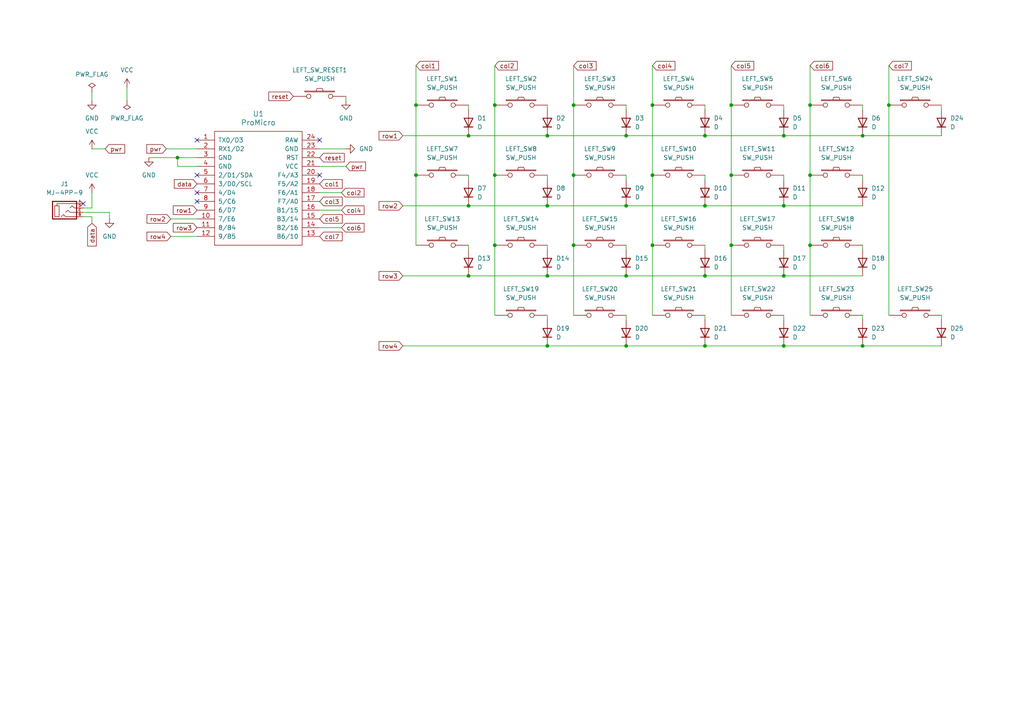
<source format=kicad_sch>
(kicad_sch (version 20230121) (generator eeschema)
  (paper "A4")
  (lib_symbols
    (symbol "Device:D" (pin_numbers hide) (pin_names (offset 1.016) hide)
      (property "Reference" "D" (at 0 2.54 0))
      (property "Value" "D" (at 0 -2.54 0))
      (symbol "D_0_1"
        (polyline (pts (xy -1.27 1.27) (xy -1.27 -1.27)) (stroke (width 0.254)))
        (polyline (pts (xy 1.27 0) (xy -1.27 0)))
        (polyline (pts (xy 1.27 1.27) (xy 1.27 -1.27) (xy -1.27 0) (xy 1.27 1.27)) (stroke (width 0.254)))
      )
      (symbol "D_1_1"
        (pin passive line (at -3.81 0 0) (length 2.54) (name "K") (number "1"))
        (pin passive line (at 3.81 0 180) (length 2.54) (name "A") (number "2"))
      )
    )
    (symbol "kbd:MJ-4PP-9" (pin_names (offset 1.016))
      (property "Reference" "J" (at 0 3.81 0))
      (property "Value" "MJ-4PP-9" (at 0 -3.81 0))
      (symbol "MJ-4PP-9_0_1"
        (rectangle (start -1.905 -1.905) (end -3.175 1.27))
        (polyline (pts (xy -2.54 1.27) (xy -2.54 1.905) (xy 3.175 1.905)))
        (polyline (pts (xy -1.27 -1.905) (xy -0.635 -1.27) (xy 0 -1.905) (xy 3.175 -1.905)))
        (polyline (pts (xy 0 -0.635) (xy 0.635 0) (xy 1.27 -0.635) (xy 3.175 -0.635)))
        (polyline (pts (xy 1.27 0.635) (xy 1.905 1.27) (xy 2.54 0.635) (xy 3.175 0.635)))
        (rectangle (start 3.175 2.54) (end -3.81 -2.54) (stroke (width 0.3048)))
      )
      (symbol "MJ-4PP-9_1_1"
        (pin input line (at 5.08 1.905 180) (length 2.0066) (name "~") (number "A"))
        (pin input line (at 5.08 -1.905 180) (length 2.0066) (name "~") (number "B"))
        (pin input line (at 5.08 -0.635 180) (length 2.0066) (name "~") (number "C"))
        (pin input line (at 5.08 0.635 180) (length 2.0066) (name "~") (number "D"))
      )
    )
    (symbol "kbd:ProMicro" (pin_names (offset 1.016))
      (property "Reference" "U" (at 0 19.05 0))
      (property "Value" "ProMicro" (at 0 -19.05 0))
      (symbol "ProMicro_0_1"
        (rectangle (start -12.7 16.51) (end 12.7 -16.51))
      )
      (symbol "ProMicro_1_1"
        (pin bidirectional line (at -17.78 13.97 0) (length 5.08) (name "TX0/D3") (number "1"))
        (pin bidirectional line (at -17.78 -8.89 0) (length 5.08) (name "7/E6") (number "10"))
        (pin bidirectional line (at -17.78 -11.43 0) (length 5.08) (name "8/B4") (number "11"))
        (pin bidirectional line (at -17.78 -13.97 0) (length 5.08) (name "9/B5") (number "12"))
        (pin bidirectional line (at 17.78 -13.97 180) (length 5.08) (name "B6/10") (number "13"))
        (pin bidirectional line (at 17.78 -11.43 180) (length 5.08) (name "B2/16") (number "14"))
        (pin bidirectional line (at 17.78 -8.89 180) (length 5.08) (name "B3/14") (number "15"))
        (pin bidirectional line (at 17.78 -6.35 180) (length 5.08) (name "B1/15") (number "16"))
        (pin bidirectional line (at 17.78 -3.81 180) (length 5.08) (name "F7/A0") (number "17"))
        (pin bidirectional line (at 17.78 -1.27 180) (length 5.08) (name "F6/A1") (number "18"))
        (pin bidirectional line (at 17.78 1.27 180) (length 5.08) (name "F5/A2") (number "19"))
        (pin bidirectional line (at -17.78 11.43 0) (length 5.08) (name "RX1/D2") (number "2"))
        (pin bidirectional line (at 17.78 3.81 180) (length 5.08) (name "F4/A3") (number "20"))
        (pin power_in line (at 17.78 6.35 180) (length 5.08) (name "VCC") (number "21"))
        (pin input line (at 17.78 8.89 180) (length 5.08) (name "RST") (number "22"))
        (pin power_in line (at 17.78 11.43 180) (length 5.08) (name "GND") (number "23"))
        (pin power_out line (at 17.78 13.97 180) (length 5.08) (name "RAW") (number "24"))
        (pin power_in line (at -17.78 8.89 0) (length 5.08) (name "GND") (number "3"))
        (pin power_in line (at -17.78 6.35 0) (length 5.08) (name "GND") (number "4"))
        (pin bidirectional line (at -17.78 3.81 0) (length 5.08) (name "2/D1/SDA") (number "5"))
        (pin bidirectional line (at -17.78 1.27 0) (length 5.08) (name "3/D0/SCL") (number "6"))
        (pin bidirectional line (at -17.78 -1.27 0) (length 5.08) (name "4/D4") (number "7"))
        (pin bidirectional line (at -17.78 -3.81 0) (length 5.08) (name "5/C6") (number "8"))
        (pin bidirectional line (at -17.78 -6.35 0) (length 5.08) (name "6/D7") (number "9"))
      )
    )
    (symbol "kbd:SW_PUSH" (pin_numbers hide) (pin_names (offset 1.016) hide)
      (property "Reference" "SW" (at 3.81 2.794 0))
      (property "Value" "SW_PUSH" (at 0 -2.032 0))
      (symbol "SW_PUSH_0_1"
        (rectangle (start -4.318 1.27) (end 4.318 1.524))
        (polyline (pts (xy -1.016 1.524) (xy -0.762 2.286) (xy 0.762 2.286) (xy 1.016 1.524)))
        (pin passive inverted (at -7.62 0 0) (length 5.08) (name "1") (number "1"))
        (pin passive inverted (at 7.62 0 180) (length 5.08) (name "2") (number "2"))
      )
    )
    (symbol "power:GND" (power) (pin_names (offset 0))
      (property "Value" "GND" (at 0 -3.81 0))
      (symbol "GND_0_1"
        (polyline (pts (xy 0 0) (xy 0 -1.27) (xy 1.27 -1.27) (xy 0 -2.54) (xy -1.27 -1.27) (xy 0 -1.27)))
      )
      (symbol "GND_1_1"
        (pin power_in line (at 0 0 270) (length 0) hide (name "GND") (number "1"))
      )
    )
    (symbol "power:PWR_FLAG" (power) (pin_numbers hide) (pin_names (offset 0) hide)
      (property "Value" "PWR_FLAG" (at 0 3.81 0))
      (symbol "PWR_FLAG_0_0"
        (pin power_out line (at 0 0 90) (length 0) (name "pwr") (number "1"))
      )
      (symbol "PWR_FLAG_0_1"
        (polyline (pts (xy 0 0) (xy 0 1.27) (xy -1.016 1.905) (xy 0 2.54) (xy 1.016 1.905) (xy 0 1.27)))
      )
    )
    (symbol "power:VCC" (power) (pin_names (offset 0))
      (property "Value" "VCC" (at 0 3.81 0))
      (symbol "VCC_0_1"
        (polyline (pts (xy -0.762 1.27) (xy 0 2.54)))
        (polyline (pts (xy 0 0) (xy 0 2.54)))
        (polyline (pts (xy 0 2.54) (xy 0.762 1.27)))
      )
      (symbol "VCC_1_1"
        (pin power_in line (at 0 0 90) (length 0) hide (name "VCC") (number "1"))
      )
    )
  )
  (junction (at 212.09 50.8))
  (junction (at 143.51 71.12))
  (junction (at 143.51 30.48))
  (junction (at 181.61 100.33))
  (junction (at 135.89 80.01))
  (junction (at 189.23 30.48))
  (junction (at 158.75 80.01))
  (junction (at 143.51 50.8))
  (junction (at 234.95 50.8))
  (junction (at 158.75 100.33))
  (junction (at 234.95 30.48))
  (junction (at 234.95 71.12))
  (junction (at 257.81 30.48))
  (junction (at 212.09 71.12))
  (junction (at 181.61 59.69))
  (junction (at 120.65 50.8))
  (junction (at 250.19 100.33))
  (junction (at 227.33 80.01))
  (junction (at 166.37 50.8))
  (junction (at 227.33 59.69))
  (junction (at 166.37 30.48))
  (junction (at 204.47 80.01))
  (junction (at 189.23 71.12))
  (junction (at 158.75 59.69))
  (junction (at 158.75 39.37))
  (junction (at 166.37 71.12))
  (junction (at 120.65 30.48))
  (junction (at 212.09 30.48))
  (junction (at 51.4875 45.72))
  (junction (at 135.89 59.69))
  (junction (at 204.47 39.37))
  (junction (at 227.33 39.37))
  (junction (at 227.33 100.33))
  (junction (at 135.89 39.37))
  (junction (at 204.47 59.69))
  (junction (at 250.19 39.37))
  (junction (at 181.61 80.01))
  (junction (at 189.23 50.8))
  (junction (at 181.61 39.37))
  (junction (at 204.47 100.33))
  (no_connect (at 57.15 55.88))
  (no_connect (at 57.15 40.64))
  (no_connect (at 92.71 40.64))
  (no_connect (at 57.15 58.42))
  (no_connect (at 57.15 50.8))
  (no_connect (at 92.71 50.8))
  (no_connect (at 24.13 59.055))
  (wire (pts (xy 227.33 80.01) (xy 250.19 80.01)))
  (wire (pts (xy 189.23 30.48) (xy 189.23 50.8)))
  (wire (pts (xy 120.65 50.8) (xy 120.65 71.12)))
  (wire (pts (xy 204.47 91.44) (xy 204.47 92.71)))
  (wire (pts (xy 135.89 30.48) (xy 135.89 31.75)))
  (wire (pts (xy 250.19 30.48) (xy 250.19 31.75)))
  (wire (pts (xy 49.53 63.5) (xy 57.15 63.5)))
  (wire (pts (xy 181.61 59.69) (xy 204.47 59.69)))
  (wire (pts (xy 116.84 59.69) (xy 135.89 59.69)))
  (wire (pts (xy 166.37 30.48) (xy 166.37 50.8)))
  (wire (pts (xy 227.33 50.8) (xy 227.33 52.07)))
  (wire (pts (xy 116.84 100.33) (xy 158.75 100.33)))
  (wire (pts (xy 227.33 71.12) (xy 227.33 72.39)))
  (wire (pts (xy 234.95 50.8) (xy 234.95 71.12)))
  (wire (pts (xy 24.13 60.325) (xy 26.67 60.325)))
  (wire (pts (xy 92.71 43.18) (xy 100.33 43.18)))
  (wire (pts (xy 257.81 30.48) (xy 257.81 91.44)))
  (wire (pts (xy 36.83 25.4) (xy 36.83 29.21)))
  (wire (pts (xy 189.23 71.12) (xy 189.23 91.44)))
  (wire (pts (xy 234.95 19.05) (xy 234.95 30.48)))
  (wire (pts (xy 158.75 80.01) (xy 181.61 80.01)))
  (wire (pts (xy 158.75 71.12) (xy 158.75 72.39)))
  (wire (pts (xy 24.13 62.865) (xy 26.67 62.865)))
  (wire (pts (xy 143.51 50.8) (xy 143.51 71.12)))
  (wire (pts (xy 158.75 30.48) (xy 158.75 31.75)))
  (wire (pts (xy 166.37 71.12) (xy 166.37 91.44)))
  (wire (pts (xy 143.51 71.12) (xy 143.51 91.44)))
  (wire (pts (xy 250.19 71.12) (xy 250.19 72.39)))
  (wire (pts (xy 250.19 100.33) (xy 273.05 100.33)))
  (wire (pts (xy 234.95 30.48) (xy 234.95 50.8)))
  (wire (pts (xy 204.47 80.01) (xy 227.33 80.01)))
  (wire (pts (xy 212.09 50.8) (xy 212.09 71.12)))
  (wire (pts (xy 234.95 71.12) (xy 234.95 91.44)))
  (wire (pts (xy 135.89 59.69) (xy 158.75 59.69)))
  (wire (pts (xy 158.75 91.44) (xy 158.75 92.71)))
  (wire (pts (xy 158.75 59.69) (xy 181.61 59.69)))
  (wire (pts (xy 135.89 80.01) (xy 158.75 80.01)))
  (wire (pts (xy 120.65 30.48) (xy 120.65 50.8)))
  (wire (pts (xy 120.65 19.05) (xy 120.65 30.48)))
  (wire (pts (xy 166.37 19.05) (xy 166.37 30.48)))
  (wire (pts (xy 26.67 43.18) (xy 30.48 43.18)))
  (wire (pts (xy 51.4875 45.72) (xy 57.15 45.72)))
  (wire (pts (xy 24.13 61.595) (xy 31.75 61.595)))
  (wire (pts (xy 26.67 60.325) (xy 26.67 55.88)))
  (wire (pts (xy 204.47 71.12) (xy 204.47 72.39)))
  (wire (pts (xy 48.26 43.18) (xy 57.15 43.18)))
  (wire (pts (xy 250.19 91.44) (xy 250.19 92.71)))
  (wire (pts (xy 181.61 50.8) (xy 181.61 52.07)))
  (wire (pts (xy 181.61 100.33) (xy 204.47 100.33)))
  (wire (pts (xy 99.06 66.04) (xy 92.71 66.04)))
  (wire (pts (xy 31.75 61.595) (xy 31.75 63.5)))
  (wire (pts (xy 189.23 50.8) (xy 189.23 71.12)))
  (wire (pts (xy 181.61 71.12) (xy 181.61 72.39)))
  (wire (pts (xy 227.33 30.48) (xy 227.33 31.75)))
  (wire (pts (xy 204.47 50.8) (xy 204.47 52.07)))
  (wire (pts (xy 227.33 39.37) (xy 250.19 39.37)))
  (wire (pts (xy 204.47 30.48) (xy 204.47 31.75)))
  (wire (pts (xy 135.89 39.37) (xy 158.75 39.37)))
  (wire (pts (xy 99.06 55.88) (xy 92.71 55.88)))
  (wire (pts (xy 158.75 50.8) (xy 158.75 52.07)))
  (wire (pts (xy 99.06 60.96) (xy 92.71 60.96)))
  (wire (pts (xy 43.18 45.72) (xy 51.4875 45.72)))
  (wire (pts (xy 181.61 80.01) (xy 204.47 80.01)))
  (wire (pts (xy 204.47 100.33) (xy 227.33 100.33)))
  (wire (pts (xy 49.53 68.58) (xy 57.15 68.58)))
  (wire (pts (xy 158.75 100.33) (xy 181.61 100.33)))
  (wire (pts (xy 26.67 26.67) (xy 26.67 29.21)))
  (wire (pts (xy 181.61 91.44) (xy 181.61 92.71)))
  (wire (pts (xy 26.67 62.865) (xy 26.67 64.77)))
  (wire (pts (xy 166.37 50.8) (xy 166.37 71.12)))
  (wire (pts (xy 204.47 39.37) (xy 227.33 39.37)))
  (wire (pts (xy 51.4875 48.26) (xy 51.4875 45.72)))
  (wire (pts (xy 116.84 80.01) (xy 135.89 80.01)))
  (wire (pts (xy 116.84 39.37) (xy 135.89 39.37)))
  (wire (pts (xy 257.81 19.05) (xy 257.81 30.48)))
  (wire (pts (xy 143.51 19.05) (xy 143.51 30.48)))
  (wire (pts (xy 181.61 30.48) (xy 181.61 31.75)))
  (wire (pts (xy 273.05 30.48) (xy 273.05 31.75)))
  (wire (pts (xy 57.15 48.26) (xy 51.4875 48.26)))
  (wire (pts (xy 227.33 100.33) (xy 250.19 100.33)))
  (wire (pts (xy 181.61 39.37) (xy 204.47 39.37)))
  (wire (pts (xy 250.19 39.37) (xy 273.05 39.37)))
  (wire (pts (xy 212.09 71.12) (xy 212.09 91.44)))
  (wire (pts (xy 227.33 91.44) (xy 227.33 92.71)))
  (wire (pts (xy 273.05 91.44) (xy 273.05 92.71)))
  (wire (pts (xy 135.89 50.8) (xy 135.89 52.07)))
  (wire (pts (xy 212.09 19.05) (xy 212.09 30.48)))
  (wire (pts (xy 204.47 59.69) (xy 227.33 59.69)))
  (wire (pts (xy 100.33 27.94) (xy 100.33 29.21)))
  (wire (pts (xy 227.33 59.69) (xy 250.19 59.69)))
  (wire (pts (xy 143.51 30.48) (xy 143.51 50.8)))
  (wire (pts (xy 135.89 71.12) (xy 135.89 72.39)))
  (wire (pts (xy 212.09 30.48) (xy 212.09 50.8)))
  (wire (pts (xy 100.33 48.26) (xy 92.71 48.26)))
  (wire (pts (xy 158.75 39.37) (xy 181.61 39.37)))
  (wire (pts (xy 250.19 50.8) (xy 250.19 52.07)))
  (wire (pts (xy 189.23 19.05) (xy 189.23 30.48)))
  (global_label "row1" (shape input) (at 116.84 39.37 180) (property "Intersheetrefs" "${INTERSHEET_REFS}" (effects hide)))
  (global_label "row1" (shape input) (at 57.15 60.96 180) (property "Intersheetrefs" "${INTERSHEET_REFS}" (effects hide)))
  (global_label "col3" (shape input) (at 166.37 19.05 0) (property "Intersheetrefs" "${INTERSHEET_REFS}" (effects hide)))
  (global_label "row4" (shape input) (at 49.53 68.58 180) (property "Intersheetrefs" "${INTERSHEET_REFS}" (effects hide)))
  (global_label "row3" (shape input) (at 116.84 80.01 180) (property "Intersheetrefs" "${INTERSHEET_REFS}" (effects hide)))
  (global_label "col4" (shape input) (at 189.23 19.05 0) (property "Intersheetrefs" "${INTERSHEET_REFS}" (effects hide)))
  (global_label "col6" (shape input) (at 234.95 19.05 0) (property "Intersheetrefs" "${INTERSHEET_REFS}" (effects hide)))
  (global_label "pwr" (shape input) (at 100.33 48.26 0) (property "Intersheetrefs" "${INTERSHEET_REFS}" (effects hide)))
  (global_label "row2" (shape input) (at 116.84 59.69 180) (property "Intersheetrefs" "${INTERSHEET_REFS}" (effects hide)))
  (global_label "pwr" (shape input) (at 48.26 43.18 180) (property "Intersheetrefs" "${INTERSHEET_REFS}" (effects hide)))
  (global_label "col5" (shape input) (at 92.71 63.5 0) (property "Intersheetrefs" "${INTERSHEET_REFS}" (effects hide)))
  (global_label "reset" (shape input) (at 92.71 45.72 0) (property "Intersheetrefs" "${INTERSHEET_REFS}" (effects hide)))
  (global_label "reset" (shape input) (at 85.09 27.94 180) (property "Intersheetrefs" "${INTERSHEET_REFS}" (effects hide)))
  (global_label "col7" (shape input) (at 257.81 19.05 0) (property "Intersheetrefs" "${INTERSHEET_REFS}" (effects hide)))
  (global_label "row3" (shape input) (at 57.15 66.04 180) (property "Intersheetrefs" "${INTERSHEET_REFS}" (effects hide)))
  (global_label "col3" (shape input) (at 92.71 58.42 0) (property "Intersheetrefs" "${INTERSHEET_REFS}" (effects hide)))
  (global_label "row4" (shape input) (at 116.84 100.33 180) (property "Intersheetrefs" "${INTERSHEET_REFS}" (effects hide)))
  (global_label "row2" (shape input) (at 49.53 63.5 180) (property "Intersheetrefs" "${INTERSHEET_REFS}" (effects hide)))
  (global_label "col7" (shape input) (at 92.71 68.58 0) (property "Intersheetrefs" "${INTERSHEET_REFS}" (effects hide)))
  (global_label "col2" (shape input) (at 99.06 55.88 0) (property "Intersheetrefs" "${INTERSHEET_REFS}" (effects hide)))
  (global_label "col2" (shape input) (at 143.51 19.05 0) (property "Intersheetrefs" "${INTERSHEET_REFS}" (effects hide)))
  (global_label "data" (shape input) (at 57.15 53.34 180) (property "Intersheetrefs" "${INTERSHEET_REFS}" (effects hide)))
  (global_label "col1" (shape input) (at 92.71 53.34 0) (property "Intersheetrefs" "${INTERSHEET_REFS}" (effects hide)))
  (global_label "col5" (shape input) (at 212.09 19.05 0) (property "Intersheetrefs" "${INTERSHEET_REFS}" (effects hide)))
  (global_label "col1" (shape input) (at 120.65 19.05 0) (property "Intersheetrefs" "${INTERSHEET_REFS}" (effects hide)))
  (global_label "col4" (shape input) (at 99.06 60.96 0) (property "Intersheetrefs" "${INTERSHEET_REFS}" (effects hide)))
  (global_label "col6" (shape input) (at 99.06 66.04 0) (property "Intersheetrefs" "${INTERSHEET_REFS}" (effects hide)))
  (global_label "data" (shape input) (at 26.67 64.77 270) (property "Intersheetrefs" "${INTERSHEET_REFS}" (effects hide)))
  (global_label "pwr" (shape input) (at 30.48 43.18 0) (property "Intersheetrefs" "${INTERSHEET_REFS}" (effects hide)))
  (symbol (lib_id "power:PWR_FLAG") (at 36.83 29.21 180) (unit 1)
    (property "Reference" "#FLG02" (effects hide))
    (property "Value" "PWR_FLAG" (at 36.83 34.29 0))
  )
  (symbol (lib_id "Device:D") (at 250.19 55.88 90) (unit 1)
    (property "Reference" "D12" (at 252.73 54.61 90) (effects (justify right)))
    (property "Value" "D" (at 252.73 57.15 90) (effects (justify right)))
    (property "Footprint" "kbd:D3_TH_SMD" (effects hide))
    (property "Sim.Device" "D" (effects hide))
    (property "Sim.Pins" "1=K 2=A" (effects hide))
  )
  (symbol (lib_id "Device:D") (at 158.75 35.56 90) (unit 1)
    (property "Reference" "D2" (at 161.29 34.29 90) (effects (justify right)))
    (property "Value" "D" (at 161.29 36.83 90) (effects (justify right)))
    (property "Footprint" "kbd:D3_TH_SMD" (effects hide))
    (property "Sim.Device" "D" (effects hide))
    (property "Sim.Pins" "1=K 2=A" (effects hide))
  )
  (symbol (lib_id "power:GND") (at 31.75 63.5 0) (unit 1)
    (property "Reference" "#PWR05" (effects hide))
    (property "Value" "GND" (at 31.75 68.58 0))
  )
  (symbol (lib_id "kbd:SW_PUSH") (at 151.13 71.12 0) (unit 1)
    (property "Reference" "LEFT_SW14" (at 151.13 63.5 0))
    (property "Value" "SW_PUSH" (at 151.13 66.04 0))
    (property "Footprint" "kbd:CherryMX_Choc_Hotswap" (effects hide))
  )
  (symbol (lib_id "kbd:SW_PUSH") (at 242.57 50.8 0) (unit 1)
    (property "Reference" "LEFT_SW12" (at 242.57 43.18 0))
    (property "Value" "SW_PUSH" (at 242.57 45.72 0))
    (property "Footprint" "kbd:CherryMX_Choc_Hotswap" (effects hide))
  )
  (symbol (lib_id "Device:D") (at 181.61 55.88 90) (unit 1)
    (property "Reference" "D9" (at 184.15 54.61 90) (effects (justify right)))
    (property "Value" "D" (at 184.15 57.15 90) (effects (justify right)))
    (property "Footprint" "kbd:D3_TH_SMD" (effects hide))
    (property "Sim.Device" "D" (effects hide))
    (property "Sim.Pins" "1=K 2=A" (effects hide))
  )
  (symbol (lib_id "kbd:SW_PUSH") (at 151.13 50.8 0) (unit 1)
    (property "Reference" "LEFT_SW8" (at 151.13 43.18 0))
    (property "Value" "SW_PUSH" (at 151.13 45.72 0))
    (property "Footprint" "kbd:CherryMX_Choc_Hotswap" (effects hide))
  )
  (symbol (lib_id "Device:D") (at 204.47 76.2 90) (unit 1)
    (property "Reference" "D16" (at 207.01 74.93 90) (effects (justify right)))
    (property "Value" "D" (at 207.01 77.47 90) (effects (justify right)))
    (property "Footprint" "kbd:D3_TH_SMD" (effects hide))
    (property "Sim.Device" "D" (effects hide))
    (property "Sim.Pins" "1=K 2=A" (effects hide))
  )
  (symbol (lib_id "kbd:SW_PUSH") (at 196.85 91.44 0) (unit 1)
    (property "Reference" "LEFT_SW21" (at 196.85 83.82 0))
    (property "Value" "SW_PUSH" (at 196.85 86.36 0))
    (property "Footprint" "kbd:CherryMX_Choc_Hotswap" (effects hide))
  )
  (symbol (lib_id "kbd:SW_PUSH") (at 242.57 71.12 0) (unit 1)
    (property "Reference" "LEFT_SW18" (at 242.57 63.5 0))
    (property "Value" "SW_PUSH" (at 242.57 66.04 0))
    (property "Footprint" "kbd:CherryMX_Choc_Hotswap" (effects hide))
  )
  (symbol (lib_id "Device:D") (at 250.19 35.56 90) (unit 1)
    (property "Reference" "D6" (at 252.73 34.29 90) (effects (justify right)))
    (property "Value" "D" (at 252.73 36.83 90) (effects (justify right)))
    (property "Footprint" "kbd:D3_TH_SMD" (effects hide))
    (property "Sim.Device" "D" (effects hide))
    (property "Sim.Pins" "1=K 2=A" (effects hide))
  )
  (symbol (lib_id "power:GND") (at 100.33 43.18 90) (unit 1)
    (property "Reference" "#PWR07" (effects hide))
    (property "Value" "GND" (at 104.14 43.18 90) (effects (justify right)))
  )
  (symbol (lib_id "kbd:SW_PUSH") (at 196.85 30.48 0) (unit 1)
    (property "Reference" "LEFT_SW4" (at 196.85 22.86 0))
    (property "Value" "SW_PUSH" (at 196.85 25.4 0))
    (property "Footprint" "kbd:CherryMX_Choc_Hotswap" (effects hide))
  )
  (symbol (lib_id "Device:D") (at 158.75 55.88 90) (unit 1)
    (property "Reference" "D8" (at 161.29 54.61 90) (effects (justify right)))
    (property "Value" "D" (at 161.29 57.15 90) (effects (justify right)))
    (property "Footprint" "kbd:D3_TH_SMD" (effects hide))
    (property "Sim.Device" "D" (effects hide))
    (property "Sim.Pins" "1=K 2=A" (effects hide))
  )
  (symbol (lib_id "kbd:SW_PUSH") (at 265.43 30.48 0) (unit 1)
    (property "Reference" "LEFT_SW24" (at 265.43 22.86 0))
    (property "Value" "SW_PUSH" (at 265.43 25.4 0))
    (property "Footprint" "kbd:CherryMX_Choc_Hotswap" (effects hide))
  )
  (symbol (lib_id "power:GND") (at 26.67 29.21 0) (unit 1)
    (property "Reference" "#PWR01" (effects hide))
    (property "Value" "GND" (at 26.67 34.29 0))
  )
  (symbol (lib_id "kbd:SW_PUSH") (at 128.27 71.12 0) (unit 1)
    (property "Reference" "LEFT_SW13" (at 128.27 63.5 0))
    (property "Value" "SW_PUSH" (at 128.27 66.04 0))
    (property "Footprint" "kbd:CherryMX_Choc_Hotswap_1.5u" (effects hide))
  )
  (symbol (lib_id "kbd:SW_PUSH") (at 173.99 91.44 0) (unit 1)
    (property "Reference" "LEFT_SW20" (at 173.99 83.82 0))
    (property "Value" "SW_PUSH" (at 173.99 86.36 0))
    (property "Footprint" "kbd:CherryMX_Choc_Hotswap" (effects hide))
  )
  (symbol (lib_id "kbd:SW_PUSH") (at 128.27 30.48 0) (unit 1)
    (property "Reference" "LEFT_SW1" (at 128.27 22.86 0))
    (property "Value" "SW_PUSH" (at 128.27 25.4 0))
    (property "Footprint" "kbd:CherryMX_Choc_Hotswap" (effects hide))
  )
  (symbol (lib_id "Device:D") (at 273.05 96.52 90) (unit 1)
    (property "Reference" "D25" (at 275.59 95.25 90) (effects (justify right)))
    (property "Value" "D" (at 275.59 97.79 90) (effects (justify right)))
    (property "Footprint" "kbd:D3_TH_SMD" (effects hide))
    (property "Sim.Device" "D" (effects hide))
    (property "Sim.Pins" "1=K 2=A" (effects hide))
  )
  (symbol (lib_id "kbd:SW_PUSH") (at 151.13 91.44 0) (unit 1)
    (property "Reference" "LEFT_SW19" (at 151.13 83.82 0))
    (property "Value" "SW_PUSH" (at 151.13 86.36 0))
    (property "Footprint" "kbd:CherryMX_Choc_Hotswap" (effects hide))
  )
  (symbol (lib_id "kbd:SW_PUSH") (at 219.71 71.12 0) (unit 1)
    (property "Reference" "LEFT_SW17" (at 219.71 63.5 0))
    (property "Value" "SW_PUSH" (at 219.71 66.04 0))
    (property "Footprint" "kbd:CherryMX_Choc_Hotswap" (effects hide))
  )
  (symbol (lib_id "kbd:SW_PUSH") (at 242.57 30.48 0) (unit 1)
    (property "Reference" "LEFT_SW6" (at 242.57 22.86 0))
    (property "Value" "SW_PUSH" (at 242.57 25.4 0))
    (property "Footprint" "kbd:CherryMX_Choc_Hotswap" (effects hide))
  )
  (symbol (lib_id "power:PWR_FLAG") (at 26.67 26.67 0) (unit 1)
    (property "Reference" "#FLG01" (effects hide))
    (property "Value" "PWR_FLAG" (at 26.67 21.59 0))
  )
  (symbol (lib_id "Device:D") (at 204.47 96.52 90) (unit 1)
    (property "Reference" "D21" (at 207.01 95.25 90) (effects (justify right)))
    (property "Value" "D" (at 207.01 97.79 90) (effects (justify right)))
    (property "Footprint" "kbd:D3_TH_SMD" (effects hide))
    (property "Sim.Device" "D" (effects hide))
    (property "Sim.Pins" "1=K 2=A" (effects hide))
  )
  (symbol (lib_id "power:GND") (at 43.18 45.72 0) (unit 1)
    (property "Reference" "#PWR06" (effects hide))
    (property "Value" "GND" (at 43.18 50.8 0))
  )
  (symbol (lib_id "Device:D") (at 250.19 96.52 90) (unit 1)
    (property "Reference" "D23" (at 252.73 95.25 90) (effects (justify right)))
    (property "Value" "D" (at 252.73 97.79 90) (effects (justify right)))
    (property "Footprint" "kbd:D3_TH_SMD" (effects hide))
    (property "Sim.Device" "D" (effects hide))
    (property "Sim.Pins" "1=K 2=A" (effects hide))
  )
  (symbol (lib_id "kbd:SW_PUSH") (at 173.99 30.48 0) (unit 1)
    (property "Reference" "LEFT_SW3" (at 173.99 22.86 0))
    (property "Value" "SW_PUSH" (at 173.99 25.4 0))
    (property "Footprint" "kbd:CherryMX_Choc_Hotswap" (effects hide))
  )
  (symbol (lib_id "Device:D") (at 204.47 35.56 90) (unit 1)
    (property "Reference" "D4" (at 207.01 34.29 90) (effects (justify right)))
    (property "Value" "D" (at 207.01 36.83 90) (effects (justify right)))
    (property "Footprint" "kbd:D3_TH_SMD" (effects hide))
    (property "Sim.Device" "D" (effects hide))
    (property "Sim.Pins" "1=K 2=A" (effects hide))
  )
  (symbol (lib_id "power:VCC") (at 26.67 55.88 0) (unit 1)
    (property "Reference" "#PWR04" (effects hide))
    (property "Value" "VCC" (at 26.67 50.8 0))
  )
  (symbol (lib_id "Device:D") (at 250.19 76.2 90) (unit 1)
    (property "Reference" "D18" (at 252.73 74.93 90) (effects (justify right)))
    (property "Value" "D" (at 252.73 77.47 90) (effects (justify right)))
    (property "Footprint" "kbd:D3_TH_SMD" (effects hide))
    (property "Sim.Device" "D" (effects hide))
    (property "Sim.Pins" "1=K 2=A" (effects hide))
  )
  (symbol (lib_id "power:VCC") (at 36.83 25.4 0) (unit 1)
    (property "Reference" "#PWR02" (effects hide))
    (property "Value" "VCC" (at 36.83 20.32 0))
  )
  (symbol (lib_id "kbd:SW_PUSH") (at 219.71 30.48 0) (unit 1)
    (property "Reference" "LEFT_SW5" (at 219.71 22.86 0))
    (property "Value" "SW_PUSH" (at 219.71 25.4 0))
    (property "Footprint" "kbd:CherryMX_Choc_Hotswap" (effects hide))
  )
  (symbol (lib_id "kbd:SW_PUSH") (at 196.85 71.12 0) (unit 1)
    (property "Reference" "LEFT_SW16" (at 196.85 63.5 0))
    (property "Value" "SW_PUSH" (at 196.85 66.04 0))
    (property "Footprint" "kbd:CherryMX_Choc_Hotswap" (effects hide))
  )
  (symbol (lib_id "kbd:SW_PUSH") (at 173.99 71.12 0) (unit 1)
    (property "Reference" "LEFT_SW15" (at 173.99 63.5 0))
    (property "Value" "SW_PUSH" (at 173.99 66.04 0))
    (property "Footprint" "kbd:CherryMX_Choc_Hotswap" (effects hide))
  )
  (symbol (lib_id "Device:D") (at 135.89 55.88 90) (unit 1)
    (property "Reference" "D7" (at 138.43 54.61 90) (effects (justify right)))
    (property "Value" "D" (at 138.43 57.15 90) (effects (justify right)))
    (property "Footprint" "kbd:D3_TH_SMD" (effects hide))
    (property "Sim.Device" "D" (effects hide))
    (property "Sim.Pins" "1=K 2=A" (effects hide))
  )
  (symbol (lib_id "kbd:SW_PUSH") (at 196.85 50.8 0) (unit 1)
    (property "Reference" "LEFT_SW10" (at 196.85 43.18 0))
    (property "Value" "SW_PUSH" (at 196.85 45.72 0))
    (property "Footprint" "kbd:CherryMX_Choc_Hotswap" (effects hide))
  )
  (symbol (lib_id "kbd:SW_PUSH") (at 92.71 27.94 0) (unit 1)
    (property "Reference" "LEFT_SW_RESET1" (at 92.71 20.32 0))
    (property "Value" "SW_PUSH" (at 92.71 22.86 0))
    (property "Footprint" "kbd:ResetSW" (effects hide))
  )
  (symbol (lib_id "power:VCC") (at 26.67 43.18 0) (unit 1)
    (property "Reference" "#PWR03" (effects hide))
    (property "Value" "VCC" (at 26.67 38.1 0))
  )
  (symbol (lib_id "kbd:SW_PUSH") (at 219.71 50.8 0) (unit 1)
    (property "Reference" "LEFT_SW11" (at 219.71 43.18 0))
    (property "Value" "SW_PUSH" (at 219.71 45.72 0))
    (property "Footprint" "kbd:CherryMX_Choc_Hotswap" (effects hide))
  )
  (symbol (lib_id "kbd:SW_PUSH") (at 265.43 91.44 0) (unit 1)
    (property "Reference" "LEFT_SW25" (at 265.43 83.82 0))
    (property "Value" "SW_PUSH" (at 265.43 86.36 0))
    (property "Footprint" "kbd:CherryMX_Choc_Hotswap" (effects hide))
  )
  (symbol (lib_id "power:GND") (at 100.33 29.21 0) (unit 1)
    (property "Reference" "#PWR08" (effects hide))
    (property "Value" "GND" (at 100.33 34.29 0))
  )
  (symbol (lib_id "kbd:SW_PUSH") (at 219.71 91.44 0) (unit 1)
    (property "Reference" "LEFT_SW22" (at 219.71 83.82 0))
    (property "Value" "SW_PUSH" (at 219.71 86.36 0))
    (property "Footprint" "kbd:CherryMX_Choc_Hotswap_1.5u" (effects hide))
  )
  (symbol (lib_id "Device:D") (at 227.33 96.52 90) (unit 1)
    (property "Reference" "D22" (at 229.87 95.25 90) (effects (justify right)))
    (property "Value" "D" (at 229.87 97.79 90) (effects (justify right)))
    (property "Footprint" "kbd:D3_TH_SMD" (effects hide))
    (property "Sim.Device" "D" (effects hide))
    (property "Sim.Pins" "1=K 2=A" (effects hide))
  )
  (symbol (lib_id "Device:D") (at 158.75 96.52 90) (unit 1)
    (property "Reference" "D19" (at 161.29 95.25 90) (effects (justify right)))
    (property "Value" "D" (at 161.29 97.79 90) (effects (justify right)))
    (property "Footprint" "kbd:D3_TH_SMD" (effects hide))
    (property "Sim.Device" "D" (effects hide))
    (property "Sim.Pins" "1=K 2=A" (effects hide))
  )
  (symbol (lib_id "Device:D") (at 204.47 55.88 90) (unit 1)
    (property "Reference" "D10" (at 207.01 54.61 90) (effects (justify right)))
    (property "Value" "D" (at 207.01 57.15 90) (effects (justify right)))
    (property "Footprint" "kbd:D3_TH_SMD" (effects hide))
    (property "Sim.Device" "D" (effects hide))
    (property "Sim.Pins" "1=K 2=A" (effects hide))
  )
  (symbol (lib_id "Device:D") (at 273.05 35.56 90) (unit 1)
    (property "Reference" "D24" (at 275.59 34.29 90) (effects (justify right)))
    (property "Value" "D" (at 275.59 36.83 90) (effects (justify right)))
    (property "Footprint" "kbd:D3_TH_SMD" (effects hide))
    (property "Sim.Device" "D" (effects hide))
    (property "Sim.Pins" "1=K 2=A" (effects hide))
  )
  (symbol (lib_id "Device:D") (at 181.61 96.52 90) (unit 1)
    (property "Reference" "D20" (at 184.15 95.25 90) (effects (justify right)))
    (property "Value" "D" (at 184.15 97.79 90) (effects (justify right)))
    (property "Footprint" "kbd:D3_TH_SMD" (effects hide))
    (property "Sim.Device" "D" (effects hide))
    (property "Sim.Pins" "1=K 2=A" (effects hide))
  )
  (symbol (lib_id "Device:D") (at 158.75 76.2 90) (unit 1)
    (property "Reference" "D14" (at 161.29 74.93 90) (effects (justify right)))
    (property "Value" "D" (at 161.29 77.47 90) (effects (justify right)))
    (property "Footprint" "kbd:D3_TH_SMD" (effects hide))
    (property "Sim.Device" "D" (effects hide))
    (property "Sim.Pins" "1=K 2=A" (effects hide))
  )
  (symbol (lib_id "Device:D") (at 135.89 35.56 90) (unit 1)
    (property "Reference" "D1" (at 138.43 34.29 90) (effects (justify right)))
    (property "Value" "D" (at 138.43 36.83 90) (effects (justify right)))
    (property "Footprint" "kbd:D3_TH_SMD" (effects hide))
    (property "Sim.Device" "D" (effects hide))
    (property "Sim.Pins" "1=K 2=A" (effects hide))
  )
  (symbol (lib_id "kbd:SW_PUSH") (at 242.57 91.44 0) (unit 1)
    (property "Reference" "LEFT_SW23" (at 242.57 83.82 0))
    (property "Value" "SW_PUSH" (at 242.57 86.36 0))
    (property "Footprint" "kbd:CherryMX_Choc_Hotswap" (effects hide))
  )
  (symbol (lib_id "kbd:SW_PUSH") (at 128.27 50.8 0) (unit 1)
    (property "Reference" "LEFT_SW7" (at 128.27 43.18 0))
    (property "Value" "SW_PUSH" (at 128.27 45.72 0))
    (property "Footprint" "kbd:CherryMX_Choc_Hotswap_1.5u" (effects hide))
  )
  (symbol (lib_id "kbd:ProMicro") (at 74.93 54.61 0) (unit 1)
    (property "Reference" "U1" (at 74.93 33.02 0) (effects (font (size 1.524 1.524))))
    (property "Value" "ProMicro" (at 74.93 35.56 0) (effects (font (size 1.524 1.524))))
    (property "Footprint" "kbd:ProMicro_v2" (effects hide))
  )
  (symbol (lib_id "Device:D") (at 227.33 76.2 90) (unit 1)
    (property "Reference" "D17" (at 229.87 74.93 90) (effects (justify right)))
    (property "Value" "D" (at 229.87 77.47 90) (effects (justify right)))
    (property "Footprint" "kbd:D3_TH_SMD" (effects hide))
    (property "Sim.Device" "D" (effects hide))
    (property "Sim.Pins" "1=K 2=A" (effects hide))
  )
  (symbol (lib_id "kbd:SW_PUSH") (at 173.99 50.8 0) (unit 1)
    (property "Reference" "LEFT_SW9" (at 173.99 43.18 0))
    (property "Value" "SW_PUSH" (at 173.99 45.72 0))
    (property "Footprint" "kbd:CherryMX_Choc_Hotswap" (effects hide))
  )
  (symbol (lib_id "kbd:MJ-4PP-9") (at 19.05 60.96 0) (unit 1)
    (property "Reference" "J1" (at 18.7325 53.34 0))
    (property "Value" "MJ-4PP-9" (at 18.7325 55.88 0))
    (property "Footprint" "kbd:MJ-4PP-9" (effects hide))
  )
  (symbol (lib_id "Device:D") (at 227.33 35.56 90) (unit 1)
    (property "Reference" "D5" (at 229.87 34.29 90) (effects (justify right)))
    (property "Value" "D" (at 229.87 36.83 90) (effects (justify right)))
    (property "Footprint" "kbd:D3_TH_SMD" (effects hide))
    (property "Sim.Device" "D" (effects hide))
    (property "Sim.Pins" "1=K 2=A" (effects hide))
  )
  (symbol (lib_id "Device:D") (at 181.61 76.2 90) (unit 1)
    (property "Reference" "D15" (at 184.15 74.93 90) (effects (justify right)))
    (property "Value" "D" (at 184.15 77.47 90) (effects (justify right)))
    (property "Footprint" "kbd:D3_TH_SMD" (effects hide))
    (property "Sim.Device" "D" (effects hide))
    (property "Sim.Pins" "1=K 2=A" (effects hide))
  )
  (symbol (lib_id "kbd:SW_PUSH") (at 151.13 30.48 0) (unit 1)
    (property "Reference" "LEFT_SW2" (at 151.13 22.86 0))
    (property "Value" "SW_PUSH" (at 151.13 25.4 0))
    (property "Footprint" "kbd:CherryMX_Choc_Hotswap" (effects hide))
  )
  (symbol (lib_id "Device:D") (at 227.33 55.88 90) (unit 1)
    (property "Reference" "D11" (at 229.87 54.61 90) (effects (justify right)))
    (property "Value" "D" (at 229.87 57.15 90) (effects (justify right)))
    (property "Footprint" "kbd:D3_TH_SMD" (effects hide))
    (property "Sim.Device" "D" (effects hide))
    (property "Sim.Pins" "1=K 2=A" (effects hide))
  )
  (symbol (lib_id "Device:D") (at 135.89 76.2 90) (unit 1)
    (property "Reference" "D13" (at 138.43 74.93 90) (effects (justify right)))
    (property "Value" "D" (at 138.43 77.47 90) (effects (justify right)))
    (property "Footprint" "kbd:D3_TH_SMD" (effects hide))
    (property "Sim.Device" "D" (effects hide))
    (property "Sim.Pins" "1=K 2=A" (effects hide))
  )
  (symbol (lib_id "Device:D") (at 181.61 35.56 90) (unit 1)
    (property "Reference" "D3" (at 184.15 34.29 90) (effects (justify right)))
    (property "Value" "D" (at 184.15 36.83 90) (effects (justify right)))
    (property "Footprint" "kbd:D3_TH_SMD" (effects hide))
    (property "Sim.Device" "D" (effects hide))
    (property "Sim.Pins" "1=K 2=A" (effects hide))
  )
)
</source>
